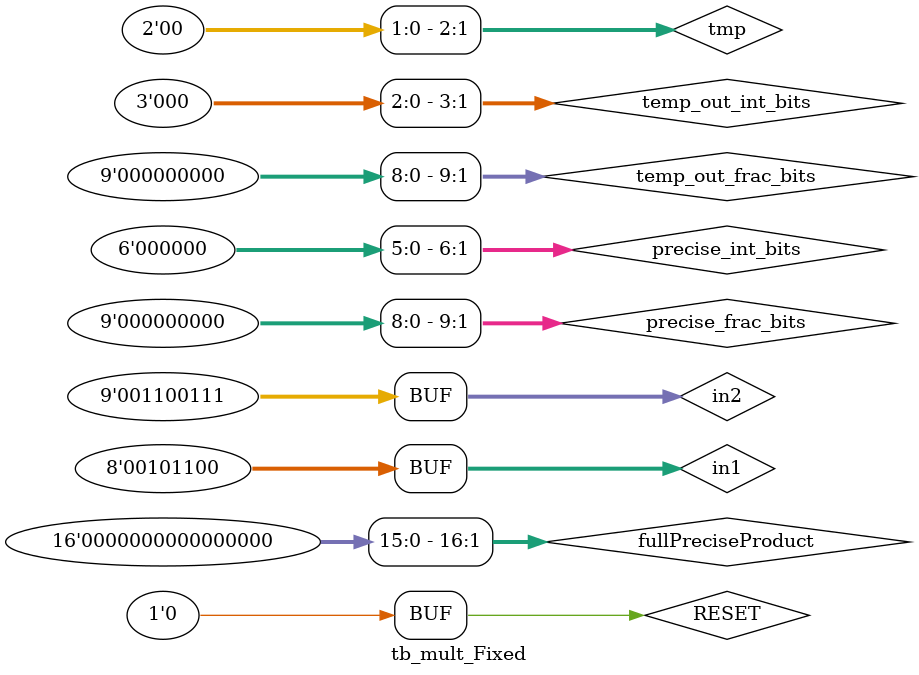
<source format=v>
`timescale 1ns / 1ps

module tb_mult_Fixed;
// parameters
parameter WI1 = 5, WF1 = 3,     // input 1 integer and fraction bits; 8 bits
          WI2 = 3, WF2 = 6,     // input 2 integer and fraction bits; 9 bits
          WIO = 4,  // output  integer and fraction bits; WI1 + WI2 - 1
          WFO = WF1 + WF2 + 1;  // output  integer and fraction bits; WF1 + WF2 + 1
// Local Parameters
localparam WIP = WI1 + WI2 - 1;
localparam WFP = WF1 + WF2 + 1;
//Inputs
reg RESET;
reg signed [WI1 + WF1 - 1 : 0] in1;
reg signed [WI2 + WF2 - 1 : 0] in2;
//Outputs
wire signed [WIO + WFO - 1 : 0] out;
//Instantiate DUT
mult_Fixed #( .WI1(WI1), .WF1(WF1), .WI2(WI2), .WF2(WF2), .WIO(WIO) )
        DUT( .RESET(RESET), .in1(in1), .in2(in2), .out(out) );
        wire signed [WIP + WFP - 1 : 0] fullPreciseProduct = DUT.fullPreciseProduct;    // These are all tests
        wire [WIP - 1 : 0] precise_int_bits  = DUT.precise_int_bits;                    // These are all tests
        wire [WFP - 1 : 0] precise_frac_bits = DUT.precise_frac_bits;                   // These are all tests
        wire [WIO - 1 : 0] temp_out_int_bits = DUT.temp_out_int_bits;                   // These are all tests
        wire [WFO - 1 : 0] temp_out_frac_bits = DUT.temp_out_frac_bits;                 // These are all tests
        wire [WIP - WIO - 1 : 0] tmp = DUT.tmp;                                             // These are all tests
initial
begin
    RESET <= 0;
    in1 <= 8'b1_0110_110;
    in2 <= 9'b0_01_110011;
    # 150;
    in1 <= 8'b0_1011_111;
    in2 <= 9'b1_11_100110;
    # 150;
    in1 <= 8'b0_0101_100;
    in2 <= 9'b0_10_100111;
    # 150;
    RESET <= 1;
    # 150;
    RESET <= 0;
    in1 <= 8'b1_1111_001;
    in2 <= 9'b1_01_000011;
    # 150;
    in1 <= 8'b0_0101_100;
    in2 <= 9'b0_01_100111;
end

endmodule


</source>
